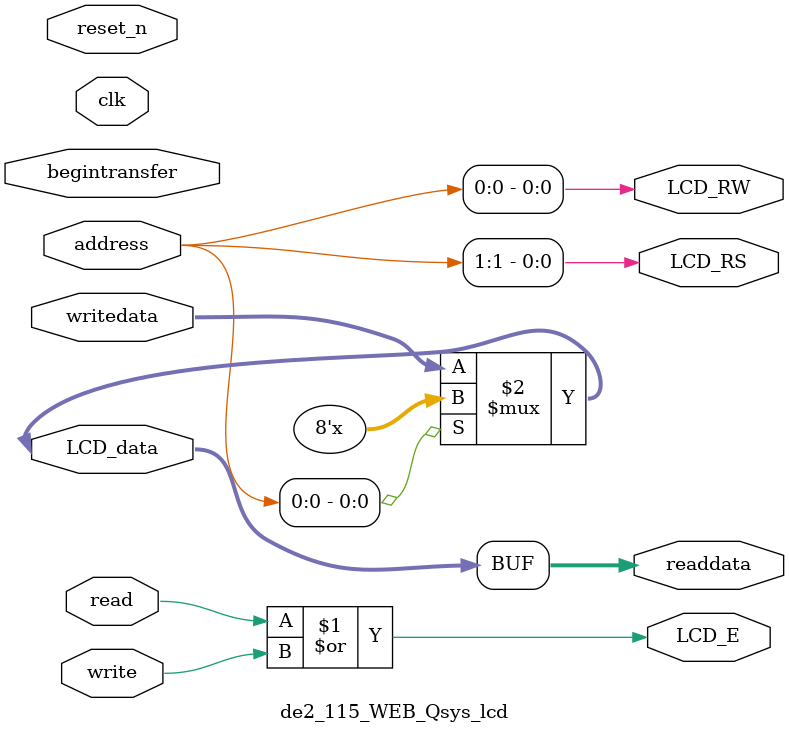
<source format=v>

`timescale 1ns / 1ps
// synthesis translate_on

// turn off superfluous verilog processor warnings 
// altera message_level Level1 
// altera message_off 10034 10035 10036 10037 10230 10240 10030 

module de2_115_WEB_Qsys_lcd (
                              // inputs:
                               address,
                               begintransfer,
                               clk,
                               read,
                               reset_n,
                               write,
                               writedata,

                              // outputs:
                               LCD_E,
                               LCD_RS,
                               LCD_RW,
                               LCD_data,
                               readdata
                            )
;

  output           LCD_E;
  output           LCD_RS;
  output           LCD_RW;
  inout   [  7: 0] LCD_data;
  output  [  7: 0] readdata;
  input   [  1: 0] address;
  input            begintransfer;
  input            clk;
  input            read;
  input            reset_n;
  input            write;
  input   [  7: 0] writedata;

  wire             LCD_E;
  wire             LCD_RS;
  wire             LCD_RW;
  wire    [  7: 0] LCD_data;
  wire    [  7: 0] readdata;
  assign LCD_RW = address[0];
  assign LCD_RS = address[1];
  assign LCD_E = read | write;
  assign LCD_data = (address[0]) ? 8'bz : writedata;
  assign readdata = LCD_data;
  //control_slave, which is an e_avalon_slave

endmodule


</source>
